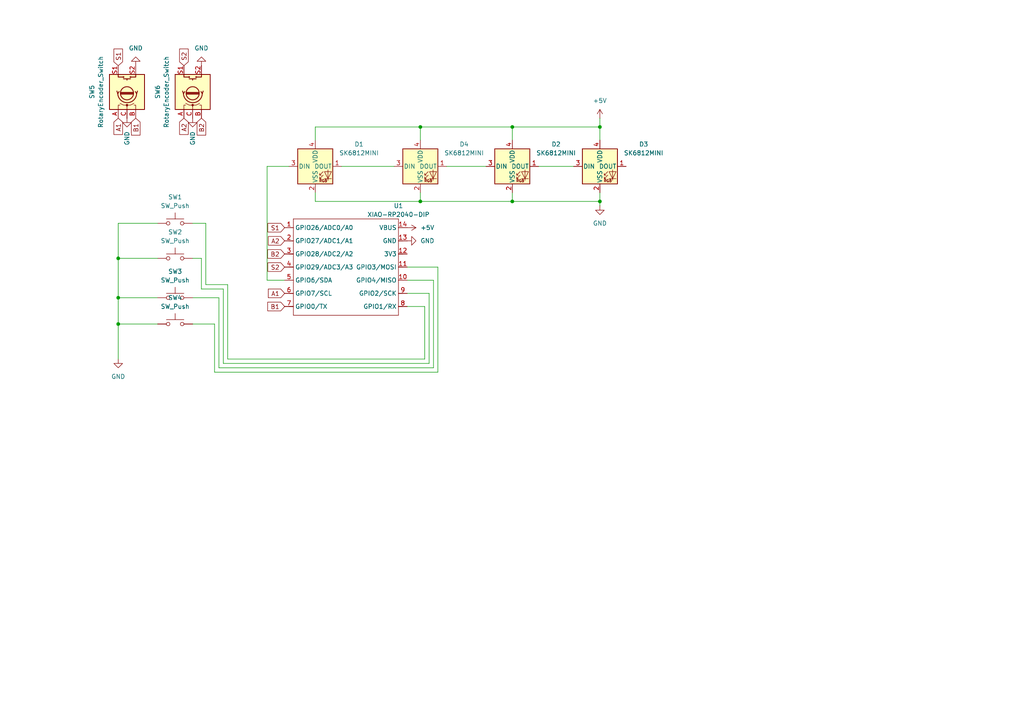
<source format=kicad_sch>
(kicad_sch
	(version 20250114)
	(generator "eeschema")
	(generator_version "9.0")
	(uuid "d07eef98-9a01-4062-9f2d-26e09f1cb1d2")
	(paper "A4")
	(lib_symbols
		(symbol "Device:RotaryEncoder_Switch"
			(pin_names
				(offset 0.254)
				(hide yes)
			)
			(exclude_from_sim no)
			(in_bom yes)
			(on_board yes)
			(property "Reference" "SW"
				(at 0 6.604 0)
				(effects
					(font
						(size 1.27 1.27)
					)
				)
			)
			(property "Value" "RotaryEncoder_Switch"
				(at 0 -6.604 0)
				(effects
					(font
						(size 1.27 1.27)
					)
				)
			)
			(property "Footprint" ""
				(at -3.81 4.064 0)
				(effects
					(font
						(size 1.27 1.27)
					)
					(hide yes)
				)
			)
			(property "Datasheet" "~"
				(at 0 6.604 0)
				(effects
					(font
						(size 1.27 1.27)
					)
					(hide yes)
				)
			)
			(property "Description" "Rotary encoder, dual channel, incremental quadrate outputs, with switch"
				(at 0 0 0)
				(effects
					(font
						(size 1.27 1.27)
					)
					(hide yes)
				)
			)
			(property "ki_keywords" "rotary switch encoder switch push button"
				(at 0 0 0)
				(effects
					(font
						(size 1.27 1.27)
					)
					(hide yes)
				)
			)
			(property "ki_fp_filters" "RotaryEncoder*Switch*"
				(at 0 0 0)
				(effects
					(font
						(size 1.27 1.27)
					)
					(hide yes)
				)
			)
			(symbol "RotaryEncoder_Switch_0_1"
				(rectangle
					(start -5.08 5.08)
					(end 5.08 -5.08)
					(stroke
						(width 0.254)
						(type default)
					)
					(fill
						(type background)
					)
				)
				(polyline
					(pts
						(xy -5.08 2.54) (xy -3.81 2.54) (xy -3.81 2.032)
					)
					(stroke
						(width 0)
						(type default)
					)
					(fill
						(type none)
					)
				)
				(polyline
					(pts
						(xy -5.08 0) (xy -3.81 0) (xy -3.81 -1.016) (xy -3.302 -2.032)
					)
					(stroke
						(width 0)
						(type default)
					)
					(fill
						(type none)
					)
				)
				(polyline
					(pts
						(xy -5.08 -2.54) (xy -3.81 -2.54) (xy -3.81 -2.032)
					)
					(stroke
						(width 0)
						(type default)
					)
					(fill
						(type none)
					)
				)
				(polyline
					(pts
						(xy -4.318 0) (xy -3.81 0) (xy -3.81 1.016) (xy -3.302 2.032)
					)
					(stroke
						(width 0)
						(type default)
					)
					(fill
						(type none)
					)
				)
				(circle
					(center -3.81 0)
					(radius 0.254)
					(stroke
						(width 0)
						(type default)
					)
					(fill
						(type outline)
					)
				)
				(polyline
					(pts
						(xy -0.635 -1.778) (xy -0.635 1.778)
					)
					(stroke
						(width 0.254)
						(type default)
					)
					(fill
						(type none)
					)
				)
				(circle
					(center -0.381 0)
					(radius 1.905)
					(stroke
						(width 0.254)
						(type default)
					)
					(fill
						(type none)
					)
				)
				(polyline
					(pts
						(xy -0.381 -1.778) (xy -0.381 1.778)
					)
					(stroke
						(width 0.254)
						(type default)
					)
					(fill
						(type none)
					)
				)
				(arc
					(start -0.381 -2.794)
					(mid -3.0988 -0.0635)
					(end -0.381 2.667)
					(stroke
						(width 0.254)
						(type default)
					)
					(fill
						(type none)
					)
				)
				(polyline
					(pts
						(xy -0.127 1.778) (xy -0.127 -1.778)
					)
					(stroke
						(width 0.254)
						(type default)
					)
					(fill
						(type none)
					)
				)
				(polyline
					(pts
						(xy 0.254 2.921) (xy -0.508 2.667) (xy 0.127 2.286)
					)
					(stroke
						(width 0.254)
						(type default)
					)
					(fill
						(type none)
					)
				)
				(polyline
					(pts
						(xy 0.254 -3.048) (xy -0.508 -2.794) (xy 0.127 -2.413)
					)
					(stroke
						(width 0.254)
						(type default)
					)
					(fill
						(type none)
					)
				)
				(polyline
					(pts
						(xy 3.81 1.016) (xy 3.81 -1.016)
					)
					(stroke
						(width 0.254)
						(type default)
					)
					(fill
						(type none)
					)
				)
				(polyline
					(pts
						(xy 3.81 0) (xy 3.429 0)
					)
					(stroke
						(width 0.254)
						(type default)
					)
					(fill
						(type none)
					)
				)
				(circle
					(center 4.318 1.016)
					(radius 0.127)
					(stroke
						(width 0.254)
						(type default)
					)
					(fill
						(type none)
					)
				)
				(circle
					(center 4.318 -1.016)
					(radius 0.127)
					(stroke
						(width 0.254)
						(type default)
					)
					(fill
						(type none)
					)
				)
				(polyline
					(pts
						(xy 5.08 2.54) (xy 4.318 2.54) (xy 4.318 1.016)
					)
					(stroke
						(width 0.254)
						(type default)
					)
					(fill
						(type none)
					)
				)
				(polyline
					(pts
						(xy 5.08 -2.54) (xy 4.318 -2.54) (xy 4.318 -1.016)
					)
					(stroke
						(width 0.254)
						(type default)
					)
					(fill
						(type none)
					)
				)
			)
			(symbol "RotaryEncoder_Switch_1_1"
				(pin passive line
					(at -7.62 2.54 0)
					(length 2.54)
					(name "A"
						(effects
							(font
								(size 1.27 1.27)
							)
						)
					)
					(number "A"
						(effects
							(font
								(size 1.27 1.27)
							)
						)
					)
				)
				(pin passive line
					(at -7.62 0 0)
					(length 2.54)
					(name "C"
						(effects
							(font
								(size 1.27 1.27)
							)
						)
					)
					(number "C"
						(effects
							(font
								(size 1.27 1.27)
							)
						)
					)
				)
				(pin passive line
					(at -7.62 -2.54 0)
					(length 2.54)
					(name "B"
						(effects
							(font
								(size 1.27 1.27)
							)
						)
					)
					(number "B"
						(effects
							(font
								(size 1.27 1.27)
							)
						)
					)
				)
				(pin passive line
					(at 7.62 2.54 180)
					(length 2.54)
					(name "S1"
						(effects
							(font
								(size 1.27 1.27)
							)
						)
					)
					(number "S1"
						(effects
							(font
								(size 1.27 1.27)
							)
						)
					)
				)
				(pin passive line
					(at 7.62 -2.54 180)
					(length 2.54)
					(name "S2"
						(effects
							(font
								(size 1.27 1.27)
							)
						)
					)
					(number "S2"
						(effects
							(font
								(size 1.27 1.27)
							)
						)
					)
				)
			)
			(embedded_fonts no)
		)
		(symbol "LED:SK6812MINI"
			(pin_names
				(offset 0.254)
			)
			(exclude_from_sim no)
			(in_bom yes)
			(on_board yes)
			(property "Reference" "D"
				(at 5.08 5.715 0)
				(effects
					(font
						(size 1.27 1.27)
					)
					(justify right bottom)
				)
			)
			(property "Value" "SK6812MINI"
				(at 1.27 -5.715 0)
				(effects
					(font
						(size 1.27 1.27)
					)
					(justify left top)
				)
			)
			(property "Footprint" "LED_SMD:LED_SK6812MINI_PLCC4_3.5x3.5mm_P1.75mm"
				(at 1.27 -7.62 0)
				(effects
					(font
						(size 1.27 1.27)
					)
					(justify left top)
					(hide yes)
				)
			)
			(property "Datasheet" "https://cdn-shop.adafruit.com/product-files/2686/SK6812MINI_REV.01-1-2.pdf"
				(at 2.54 -9.525 0)
				(effects
					(font
						(size 1.27 1.27)
					)
					(justify left top)
					(hide yes)
				)
			)
			(property "Description" "RGB LED with integrated controller"
				(at 0 0 0)
				(effects
					(font
						(size 1.27 1.27)
					)
					(hide yes)
				)
			)
			(property "ki_keywords" "RGB LED NeoPixel Mini addressable"
				(at 0 0 0)
				(effects
					(font
						(size 1.27 1.27)
					)
					(hide yes)
				)
			)
			(property "ki_fp_filters" "LED*SK6812MINI*PLCC*3.5x3.5mm*P1.75mm*"
				(at 0 0 0)
				(effects
					(font
						(size 1.27 1.27)
					)
					(hide yes)
				)
			)
			(symbol "SK6812MINI_0_0"
				(text "RGB"
					(at 2.286 -4.191 0)
					(effects
						(font
							(size 0.762 0.762)
						)
					)
				)
			)
			(symbol "SK6812MINI_0_1"
				(polyline
					(pts
						(xy 1.27 -2.54) (xy 1.778 -2.54)
					)
					(stroke
						(width 0)
						(type default)
					)
					(fill
						(type none)
					)
				)
				(polyline
					(pts
						(xy 1.27 -3.556) (xy 1.778 -3.556)
					)
					(stroke
						(width 0)
						(type default)
					)
					(fill
						(type none)
					)
				)
				(polyline
					(pts
						(xy 2.286 -1.524) (xy 1.27 -2.54) (xy 1.27 -2.032)
					)
					(stroke
						(width 0)
						(type default)
					)
					(fill
						(type none)
					)
				)
				(polyline
					(pts
						(xy 2.286 -2.54) (xy 1.27 -3.556) (xy 1.27 -3.048)
					)
					(stroke
						(width 0)
						(type default)
					)
					(fill
						(type none)
					)
				)
				(polyline
					(pts
						(xy 3.683 -1.016) (xy 3.683 -3.556) (xy 3.683 -4.064)
					)
					(stroke
						(width 0)
						(type default)
					)
					(fill
						(type none)
					)
				)
				(polyline
					(pts
						(xy 4.699 -1.524) (xy 2.667 -1.524) (xy 3.683 -3.556) (xy 4.699 -1.524)
					)
					(stroke
						(width 0)
						(type default)
					)
					(fill
						(type none)
					)
				)
				(polyline
					(pts
						(xy 4.699 -3.556) (xy 2.667 -3.556)
					)
					(stroke
						(width 0)
						(type default)
					)
					(fill
						(type none)
					)
				)
				(rectangle
					(start 5.08 5.08)
					(end -5.08 -5.08)
					(stroke
						(width 0.254)
						(type default)
					)
					(fill
						(type background)
					)
				)
			)
			(symbol "SK6812MINI_1_1"
				(pin input line
					(at -7.62 0 0)
					(length 2.54)
					(name "DIN"
						(effects
							(font
								(size 1.27 1.27)
							)
						)
					)
					(number "3"
						(effects
							(font
								(size 1.27 1.27)
							)
						)
					)
				)
				(pin power_in line
					(at 0 7.62 270)
					(length 2.54)
					(name "VDD"
						(effects
							(font
								(size 1.27 1.27)
							)
						)
					)
					(number "4"
						(effects
							(font
								(size 1.27 1.27)
							)
						)
					)
				)
				(pin power_in line
					(at 0 -7.62 90)
					(length 2.54)
					(name "VSS"
						(effects
							(font
								(size 1.27 1.27)
							)
						)
					)
					(number "2"
						(effects
							(font
								(size 1.27 1.27)
							)
						)
					)
				)
				(pin output line
					(at 7.62 0 180)
					(length 2.54)
					(name "DOUT"
						(effects
							(font
								(size 1.27 1.27)
							)
						)
					)
					(number "1"
						(effects
							(font
								(size 1.27 1.27)
							)
						)
					)
				)
			)
			(embedded_fonts no)
		)
		(symbol "OPL Libary:XIAO-RP2040-DIP"
			(exclude_from_sim no)
			(in_bom yes)
			(on_board yes)
			(property "Reference" "U"
				(at 0 0 0)
				(effects
					(font
						(size 1.27 1.27)
					)
				)
			)
			(property "Value" "XIAO-RP2040-DIP"
				(at 5.334 -1.778 0)
				(effects
					(font
						(size 1.27 1.27)
					)
				)
			)
			(property "Footprint" "Module:MOUDLE14P-XIAO-DIP-SMD"
				(at 14.478 -32.258 0)
				(effects
					(font
						(size 1.27 1.27)
					)
					(hide yes)
				)
			)
			(property "Datasheet" ""
				(at 0 0 0)
				(effects
					(font
						(size 1.27 1.27)
					)
					(hide yes)
				)
			)
			(property "Description" ""
				(at 0 0 0)
				(effects
					(font
						(size 1.27 1.27)
					)
					(hide yes)
				)
			)
			(symbol "XIAO-RP2040-DIP_1_0"
				(polyline
					(pts
						(xy -1.27 -2.54) (xy 29.21 -2.54)
					)
					(stroke
						(width 0.1524)
						(type solid)
					)
					(fill
						(type none)
					)
				)
				(polyline
					(pts
						(xy -1.27 -5.08) (xy -2.54 -5.08)
					)
					(stroke
						(width 0.1524)
						(type solid)
					)
					(fill
						(type none)
					)
				)
				(polyline
					(pts
						(xy -1.27 -5.08) (xy -1.27 -2.54)
					)
					(stroke
						(width 0.1524)
						(type solid)
					)
					(fill
						(type none)
					)
				)
				(polyline
					(pts
						(xy -1.27 -8.89) (xy -2.54 -8.89)
					)
					(stroke
						(width 0.1524)
						(type solid)
					)
					(fill
						(type none)
					)
				)
				(polyline
					(pts
						(xy -1.27 -8.89) (xy -1.27 -5.08)
					)
					(stroke
						(width 0.1524)
						(type solid)
					)
					(fill
						(type none)
					)
				)
				(polyline
					(pts
						(xy -1.27 -12.7) (xy -2.54 -12.7)
					)
					(stroke
						(width 0.1524)
						(type solid)
					)
					(fill
						(type none)
					)
				)
				(polyline
					(pts
						(xy -1.27 -12.7) (xy -1.27 -8.89)
					)
					(stroke
						(width 0.1524)
						(type solid)
					)
					(fill
						(type none)
					)
				)
				(polyline
					(pts
						(xy -1.27 -16.51) (xy -2.54 -16.51)
					)
					(stroke
						(width 0.1524)
						(type solid)
					)
					(fill
						(type none)
					)
				)
				(polyline
					(pts
						(xy -1.27 -16.51) (xy -1.27 -12.7)
					)
					(stroke
						(width 0.1524)
						(type solid)
					)
					(fill
						(type none)
					)
				)
				(polyline
					(pts
						(xy -1.27 -20.32) (xy -2.54 -20.32)
					)
					(stroke
						(width 0.1524)
						(type solid)
					)
					(fill
						(type none)
					)
				)
				(polyline
					(pts
						(xy -1.27 -24.13) (xy -2.54 -24.13)
					)
					(stroke
						(width 0.1524)
						(type solid)
					)
					(fill
						(type none)
					)
				)
				(polyline
					(pts
						(xy -1.27 -27.94) (xy -2.54 -27.94)
					)
					(stroke
						(width 0.1524)
						(type solid)
					)
					(fill
						(type none)
					)
				)
				(polyline
					(pts
						(xy -1.27 -30.48) (xy -1.27 -16.51)
					)
					(stroke
						(width 0.1524)
						(type solid)
					)
					(fill
						(type none)
					)
				)
				(polyline
					(pts
						(xy 29.21 -2.54) (xy 29.21 -5.08)
					)
					(stroke
						(width 0.1524)
						(type solid)
					)
					(fill
						(type none)
					)
				)
				(polyline
					(pts
						(xy 29.21 -5.08) (xy 29.21 -8.89)
					)
					(stroke
						(width 0.1524)
						(type solid)
					)
					(fill
						(type none)
					)
				)
				(polyline
					(pts
						(xy 29.21 -8.89) (xy 29.21 -12.7)
					)
					(stroke
						(width 0.1524)
						(type solid)
					)
					(fill
						(type none)
					)
				)
				(polyline
					(pts
						(xy 29.21 -12.7) (xy 29.21 -30.48)
					)
					(stroke
						(width 0.1524)
						(type solid)
					)
					(fill
						(type none)
					)
				)
				(polyline
					(pts
						(xy 29.21 -30.48) (xy -1.27 -30.48)
					)
					(stroke
						(width 0.1524)
						(type solid)
					)
					(fill
						(type none)
					)
				)
				(polyline
					(pts
						(xy 30.48 -5.08) (xy 29.21 -5.08)
					)
					(stroke
						(width 0.1524)
						(type solid)
					)
					(fill
						(type none)
					)
				)
				(polyline
					(pts
						(xy 30.48 -8.89) (xy 29.21 -8.89)
					)
					(stroke
						(width 0.1524)
						(type solid)
					)
					(fill
						(type none)
					)
				)
				(polyline
					(pts
						(xy 30.48 -12.7) (xy 29.21 -12.7)
					)
					(stroke
						(width 0.1524)
						(type solid)
					)
					(fill
						(type none)
					)
				)
				(polyline
					(pts
						(xy 30.48 -16.51) (xy 29.21 -16.51)
					)
					(stroke
						(width 0.1524)
						(type solid)
					)
					(fill
						(type none)
					)
				)
				(polyline
					(pts
						(xy 30.48 -20.32) (xy 29.21 -20.32)
					)
					(stroke
						(width 0.1524)
						(type solid)
					)
					(fill
						(type none)
					)
				)
				(polyline
					(pts
						(xy 30.48 -24.13) (xy 29.21 -24.13)
					)
					(stroke
						(width 0.1524)
						(type solid)
					)
					(fill
						(type none)
					)
				)
				(polyline
					(pts
						(xy 30.48 -27.94) (xy 29.21 -27.94)
					)
					(stroke
						(width 0.1524)
						(type solid)
					)
					(fill
						(type none)
					)
				)
				(pin passive line
					(at -3.81 -5.08 0)
					(length 2.54)
					(name "GPIO26/ADC0/A0"
						(effects
							(font
								(size 1.27 1.27)
							)
						)
					)
					(number "1"
						(effects
							(font
								(size 1.27 1.27)
							)
						)
					)
				)
				(pin passive line
					(at -3.81 -8.89 0)
					(length 2.54)
					(name "GPIO27/ADC1/A1"
						(effects
							(font
								(size 1.27 1.27)
							)
						)
					)
					(number "2"
						(effects
							(font
								(size 1.27 1.27)
							)
						)
					)
				)
				(pin passive line
					(at -3.81 -12.7 0)
					(length 2.54)
					(name "GPIO28/ADC2/A2"
						(effects
							(font
								(size 1.27 1.27)
							)
						)
					)
					(number "3"
						(effects
							(font
								(size 1.27 1.27)
							)
						)
					)
				)
				(pin passive line
					(at -3.81 -16.51 0)
					(length 2.54)
					(name "GPIO29/ADC3/A3"
						(effects
							(font
								(size 1.27 1.27)
							)
						)
					)
					(number "4"
						(effects
							(font
								(size 1.27 1.27)
							)
						)
					)
				)
				(pin passive line
					(at -3.81 -20.32 0)
					(length 2.54)
					(name "GPIO6/SDA"
						(effects
							(font
								(size 1.27 1.27)
							)
						)
					)
					(number "5"
						(effects
							(font
								(size 1.27 1.27)
							)
						)
					)
				)
				(pin passive line
					(at -3.81 -24.13 0)
					(length 2.54)
					(name "GPIO7/SCL"
						(effects
							(font
								(size 1.27 1.27)
							)
						)
					)
					(number "6"
						(effects
							(font
								(size 1.27 1.27)
							)
						)
					)
				)
				(pin passive line
					(at -3.81 -27.94 0)
					(length 2.54)
					(name "GPIO0/TX"
						(effects
							(font
								(size 1.27 1.27)
							)
						)
					)
					(number "7"
						(effects
							(font
								(size 1.27 1.27)
							)
						)
					)
				)
				(pin passive line
					(at 31.75 -5.08 180)
					(length 2.54)
					(name "VBUS"
						(effects
							(font
								(size 1.27 1.27)
							)
						)
					)
					(number "14"
						(effects
							(font
								(size 1.27 1.27)
							)
						)
					)
				)
				(pin passive line
					(at 31.75 -8.89 180)
					(length 2.54)
					(name "GND"
						(effects
							(font
								(size 1.27 1.27)
							)
						)
					)
					(number "13"
						(effects
							(font
								(size 1.27 1.27)
							)
						)
					)
				)
				(pin passive line
					(at 31.75 -12.7 180)
					(length 2.54)
					(name "3V3"
						(effects
							(font
								(size 1.27 1.27)
							)
						)
					)
					(number "12"
						(effects
							(font
								(size 1.27 1.27)
							)
						)
					)
				)
				(pin passive line
					(at 31.75 -16.51 180)
					(length 2.54)
					(name "GPIO3/MOSI"
						(effects
							(font
								(size 1.27 1.27)
							)
						)
					)
					(number "11"
						(effects
							(font
								(size 1.27 1.27)
							)
						)
					)
				)
				(pin passive line
					(at 31.75 -20.32 180)
					(length 2.54)
					(name "GPIO4/MISO"
						(effects
							(font
								(size 1.27 1.27)
							)
						)
					)
					(number "10"
						(effects
							(font
								(size 1.27 1.27)
							)
						)
					)
				)
				(pin passive line
					(at 31.75 -24.13 180)
					(length 2.54)
					(name "GPIO2/SCK"
						(effects
							(font
								(size 1.27 1.27)
							)
						)
					)
					(number "9"
						(effects
							(font
								(size 1.27 1.27)
							)
						)
					)
				)
				(pin passive line
					(at 31.75 -27.94 180)
					(length 2.54)
					(name "GPIO1/RX"
						(effects
							(font
								(size 1.27 1.27)
							)
						)
					)
					(number "8"
						(effects
							(font
								(size 1.27 1.27)
							)
						)
					)
				)
			)
			(embedded_fonts no)
		)
		(symbol "Switch:SW_Push"
			(pin_numbers
				(hide yes)
			)
			(pin_names
				(offset 1.016)
				(hide yes)
			)
			(exclude_from_sim no)
			(in_bom yes)
			(on_board yes)
			(property "Reference" "SW"
				(at 1.27 2.54 0)
				(effects
					(font
						(size 1.27 1.27)
					)
					(justify left)
				)
			)
			(property "Value" "SW_Push"
				(at 0 -1.524 0)
				(effects
					(font
						(size 1.27 1.27)
					)
				)
			)
			(property "Footprint" ""
				(at 0 5.08 0)
				(effects
					(font
						(size 1.27 1.27)
					)
					(hide yes)
				)
			)
			(property "Datasheet" "~"
				(at 0 5.08 0)
				(effects
					(font
						(size 1.27 1.27)
					)
					(hide yes)
				)
			)
			(property "Description" "Push button switch, generic, two pins"
				(at 0 0 0)
				(effects
					(font
						(size 1.27 1.27)
					)
					(hide yes)
				)
			)
			(property "ki_keywords" "switch normally-open pushbutton push-button"
				(at 0 0 0)
				(effects
					(font
						(size 1.27 1.27)
					)
					(hide yes)
				)
			)
			(symbol "SW_Push_0_1"
				(circle
					(center -2.032 0)
					(radius 0.508)
					(stroke
						(width 0)
						(type default)
					)
					(fill
						(type none)
					)
				)
				(polyline
					(pts
						(xy 0 1.27) (xy 0 3.048)
					)
					(stroke
						(width 0)
						(type default)
					)
					(fill
						(type none)
					)
				)
				(circle
					(center 2.032 0)
					(radius 0.508)
					(stroke
						(width 0)
						(type default)
					)
					(fill
						(type none)
					)
				)
				(polyline
					(pts
						(xy 2.54 1.27) (xy -2.54 1.27)
					)
					(stroke
						(width 0)
						(type default)
					)
					(fill
						(type none)
					)
				)
				(pin passive line
					(at -5.08 0 0)
					(length 2.54)
					(name "1"
						(effects
							(font
								(size 1.27 1.27)
							)
						)
					)
					(number "1"
						(effects
							(font
								(size 1.27 1.27)
							)
						)
					)
				)
				(pin passive line
					(at 5.08 0 180)
					(length 2.54)
					(name "2"
						(effects
							(font
								(size 1.27 1.27)
							)
						)
					)
					(number "2"
						(effects
							(font
								(size 1.27 1.27)
							)
						)
					)
				)
			)
			(embedded_fonts no)
		)
		(symbol "power:+5V"
			(power)
			(pin_numbers
				(hide yes)
			)
			(pin_names
				(offset 0)
				(hide yes)
			)
			(exclude_from_sim no)
			(in_bom yes)
			(on_board yes)
			(property "Reference" "#PWR"
				(at 0 -3.81 0)
				(effects
					(font
						(size 1.27 1.27)
					)
					(hide yes)
				)
			)
			(property "Value" "+5V"
				(at 0 3.556 0)
				(effects
					(font
						(size 1.27 1.27)
					)
				)
			)
			(property "Footprint" ""
				(at 0 0 0)
				(effects
					(font
						(size 1.27 1.27)
					)
					(hide yes)
				)
			)
			(property "Datasheet" ""
				(at 0 0 0)
				(effects
					(font
						(size 1.27 1.27)
					)
					(hide yes)
				)
			)
			(property "Description" "Power symbol creates a global label with name \"+5V\""
				(at 0 0 0)
				(effects
					(font
						(size 1.27 1.27)
					)
					(hide yes)
				)
			)
			(property "ki_keywords" "global power"
				(at 0 0 0)
				(effects
					(font
						(size 1.27 1.27)
					)
					(hide yes)
				)
			)
			(symbol "+5V_0_1"
				(polyline
					(pts
						(xy -0.762 1.27) (xy 0 2.54)
					)
					(stroke
						(width 0)
						(type default)
					)
					(fill
						(type none)
					)
				)
				(polyline
					(pts
						(xy 0 2.54) (xy 0.762 1.27)
					)
					(stroke
						(width 0)
						(type default)
					)
					(fill
						(type none)
					)
				)
				(polyline
					(pts
						(xy 0 0) (xy 0 2.54)
					)
					(stroke
						(width 0)
						(type default)
					)
					(fill
						(type none)
					)
				)
			)
			(symbol "+5V_1_1"
				(pin power_in line
					(at 0 0 90)
					(length 0)
					(name "~"
						(effects
							(font
								(size 1.27 1.27)
							)
						)
					)
					(number "1"
						(effects
							(font
								(size 1.27 1.27)
							)
						)
					)
				)
			)
			(embedded_fonts no)
		)
		(symbol "power:GND"
			(power)
			(pin_numbers
				(hide yes)
			)
			(pin_names
				(offset 0)
				(hide yes)
			)
			(exclude_from_sim no)
			(in_bom yes)
			(on_board yes)
			(property "Reference" "#PWR"
				(at 0 -6.35 0)
				(effects
					(font
						(size 1.27 1.27)
					)
					(hide yes)
				)
			)
			(property "Value" "GND"
				(at 0 -3.81 0)
				(effects
					(font
						(size 1.27 1.27)
					)
				)
			)
			(property "Footprint" ""
				(at 0 0 0)
				(effects
					(font
						(size 1.27 1.27)
					)
					(hide yes)
				)
			)
			(property "Datasheet" ""
				(at 0 0 0)
				(effects
					(font
						(size 1.27 1.27)
					)
					(hide yes)
				)
			)
			(property "Description" "Power symbol creates a global label with name \"GND\" , ground"
				(at 0 0 0)
				(effects
					(font
						(size 1.27 1.27)
					)
					(hide yes)
				)
			)
			(property "ki_keywords" "global power"
				(at 0 0 0)
				(effects
					(font
						(size 1.27 1.27)
					)
					(hide yes)
				)
			)
			(symbol "GND_0_1"
				(polyline
					(pts
						(xy 0 0) (xy 0 -1.27) (xy 1.27 -1.27) (xy 0 -2.54) (xy -1.27 -1.27) (xy 0 -1.27)
					)
					(stroke
						(width 0)
						(type default)
					)
					(fill
						(type none)
					)
				)
			)
			(symbol "GND_1_1"
				(pin power_in line
					(at 0 0 270)
					(length 0)
					(name "~"
						(effects
							(font
								(size 1.27 1.27)
							)
						)
					)
					(number "1"
						(effects
							(font
								(size 1.27 1.27)
							)
						)
					)
				)
			)
			(embedded_fonts no)
		)
	)
	(junction
		(at 148.59 36.83)
		(diameter 0)
		(color 0 0 0 0)
		(uuid "16e6d4a3-f881-4207-88c1-ea5714de0245")
	)
	(junction
		(at 173.99 58.42)
		(diameter 0)
		(color 0 0 0 0)
		(uuid "1da393c1-7972-4616-bce0-4458adaf0e83")
	)
	(junction
		(at 121.92 58.42)
		(diameter 0)
		(color 0 0 0 0)
		(uuid "1fbcfd3e-3418-47ce-8739-3b79fc9a5a06")
	)
	(junction
		(at 121.92 36.83)
		(diameter 0)
		(color 0 0 0 0)
		(uuid "1fcb9dd1-5788-4789-b344-cc6cbefdf86e")
	)
	(junction
		(at 34.29 86.36)
		(diameter 0)
		(color 0 0 0 0)
		(uuid "68c00d63-c235-4cad-b7ca-d4a641322b48")
	)
	(junction
		(at 34.29 93.98)
		(diameter 0)
		(color 0 0 0 0)
		(uuid "6fd5572e-ba1e-4257-9189-f63c400ac71a")
	)
	(junction
		(at 148.59 58.42)
		(diameter 0)
		(color 0 0 0 0)
		(uuid "7f1fb138-2cb2-4b2d-aebc-3bb30d7cb347")
	)
	(junction
		(at 173.99 36.83)
		(diameter 0)
		(color 0 0 0 0)
		(uuid "86d859be-2584-4ab6-9810-13247192721d")
	)
	(junction
		(at 34.29 74.93)
		(diameter 0)
		(color 0 0 0 0)
		(uuid "9194aa1b-adac-4fc4-9391-f6adb9340beb")
	)
	(wire
		(pts
			(xy 91.44 40.64) (xy 91.44 36.83)
		)
		(stroke
			(width 0)
			(type default)
		)
		(uuid "01186094-b727-4dff-a4b1-a2a713aabc02")
	)
	(wire
		(pts
			(xy 77.47 81.28) (xy 82.55 81.28)
		)
		(stroke
			(width 0)
			(type default)
		)
		(uuid "047c4e21-f99d-4e68-8aca-98e4234c1b68")
	)
	(wire
		(pts
			(xy 34.29 93.98) (xy 34.29 104.14)
		)
		(stroke
			(width 0)
			(type default)
		)
		(uuid "12dfd71a-6c4e-4abf-98c7-e2eba9331e2f")
	)
	(wire
		(pts
			(xy 62.23 107.95) (xy 127 107.95)
		)
		(stroke
			(width 0)
			(type default)
		)
		(uuid "1643e70f-f0fb-4264-ae39-b354be680a0f")
	)
	(wire
		(pts
			(xy 148.59 36.83) (xy 148.59 40.64)
		)
		(stroke
			(width 0)
			(type default)
		)
		(uuid "165105a2-1712-4817-8643-01a54da956b9")
	)
	(wire
		(pts
			(xy 123.19 104.14) (xy 66.04 104.14)
		)
		(stroke
			(width 0)
			(type default)
		)
		(uuid "16b56760-cd76-46a2-834f-75b49fc52de9")
	)
	(wire
		(pts
			(xy 99.06 48.26) (xy 114.3 48.26)
		)
		(stroke
			(width 0)
			(type default)
		)
		(uuid "16cb9721-a2cb-4b53-894e-44d0f35d92fd")
	)
	(wire
		(pts
			(xy 173.99 36.83) (xy 173.99 34.29)
		)
		(stroke
			(width 0)
			(type default)
		)
		(uuid "1b632ccd-4dc9-494c-8b93-57e2655de5bf")
	)
	(wire
		(pts
			(xy 58.42 74.93) (xy 55.88 74.93)
		)
		(stroke
			(width 0)
			(type default)
		)
		(uuid "1b8efa28-c7c0-4c31-a727-ea3ba166ae07")
	)
	(wire
		(pts
			(xy 118.11 88.9) (xy 123.19 88.9)
		)
		(stroke
			(width 0)
			(type default)
		)
		(uuid "249ce3a9-832f-4217-bffd-64427010147e")
	)
	(wire
		(pts
			(xy 148.59 36.83) (xy 173.99 36.83)
		)
		(stroke
			(width 0)
			(type default)
		)
		(uuid "282ff7f0-8d14-4531-aa6d-b6a27acbc9d0")
	)
	(wire
		(pts
			(xy 173.99 55.88) (xy 173.99 58.42)
		)
		(stroke
			(width 0)
			(type default)
		)
		(uuid "2bd5d155-942a-462d-a1de-1978f7f3f109")
	)
	(wire
		(pts
			(xy 148.59 58.42) (xy 173.99 58.42)
		)
		(stroke
			(width 0)
			(type default)
		)
		(uuid "324cc8e7-e2b7-48be-bb3d-b98a4db22a64")
	)
	(wire
		(pts
			(xy 34.29 64.77) (xy 34.29 74.93)
		)
		(stroke
			(width 0)
			(type default)
		)
		(uuid "359f6edf-f1df-46de-bc64-7b3a7bb12c4a")
	)
	(wire
		(pts
			(xy 127 107.95) (xy 127 77.47)
		)
		(stroke
			(width 0)
			(type default)
		)
		(uuid "382dd6cf-b66b-4712-9fd9-d8de9618ed22")
	)
	(wire
		(pts
			(xy 121.92 58.42) (xy 148.59 58.42)
		)
		(stroke
			(width 0)
			(type default)
		)
		(uuid "3af46dab-891c-4abb-b508-b3e0af5589e6")
	)
	(wire
		(pts
			(xy 63.5 86.36) (xy 63.5 106.68)
		)
		(stroke
			(width 0)
			(type default)
		)
		(uuid "3cce4d24-58f9-40ea-befb-a8961232f7d9")
	)
	(wire
		(pts
			(xy 156.21 48.26) (xy 166.37 48.26)
		)
		(stroke
			(width 0)
			(type default)
		)
		(uuid "40f5246b-871e-45da-b340-d1fc1eaa6dcd")
	)
	(wire
		(pts
			(xy 34.29 86.36) (xy 34.29 93.98)
		)
		(stroke
			(width 0)
			(type default)
		)
		(uuid "47269622-14f4-40af-a86a-cbb577da9bc6")
	)
	(wire
		(pts
			(xy 118.11 85.09) (xy 124.46 85.09)
		)
		(stroke
			(width 0)
			(type default)
		)
		(uuid "51b0cde0-2e95-4254-9740-44182f21359e")
	)
	(wire
		(pts
			(xy 125.73 106.68) (xy 125.73 81.28)
		)
		(stroke
			(width 0)
			(type default)
		)
		(uuid "54a5333d-b255-4c8c-8b0b-6d7f512ff6cc")
	)
	(wire
		(pts
			(xy 34.29 74.93) (xy 34.29 86.36)
		)
		(stroke
			(width 0)
			(type default)
		)
		(uuid "54c259ea-526e-4819-87eb-64c26dfd313d")
	)
	(wire
		(pts
			(xy 58.42 83.82) (xy 58.42 74.93)
		)
		(stroke
			(width 0)
			(type default)
		)
		(uuid "576869ae-fef7-4646-863d-ac01e99ade55")
	)
	(wire
		(pts
			(xy 66.04 82.55) (xy 59.69 82.55)
		)
		(stroke
			(width 0)
			(type default)
		)
		(uuid "59fc4ebf-0797-4388-bd16-d7a35e8f1c02")
	)
	(wire
		(pts
			(xy 121.92 36.83) (xy 121.92 40.64)
		)
		(stroke
			(width 0)
			(type default)
		)
		(uuid "5f74fc21-6b1f-467c-84a5-ac06c194d043")
	)
	(wire
		(pts
			(xy 127 77.47) (xy 118.11 77.47)
		)
		(stroke
			(width 0)
			(type default)
		)
		(uuid "5fe0a53a-c60b-45d7-83ef-1a0b1c2e5ee2")
	)
	(wire
		(pts
			(xy 45.72 86.36) (xy 34.29 86.36)
		)
		(stroke
			(width 0)
			(type default)
		)
		(uuid "611bf2b4-eba9-4a17-af4a-173636e339f0")
	)
	(wire
		(pts
			(xy 63.5 106.68) (xy 125.73 106.68)
		)
		(stroke
			(width 0)
			(type default)
		)
		(uuid "6cd6df58-bf82-44ee-8f56-1e01adb673d3")
	)
	(wire
		(pts
			(xy 55.88 86.36) (xy 63.5 86.36)
		)
		(stroke
			(width 0)
			(type default)
		)
		(uuid "6d0f84b8-e67f-4998-8140-30af3e2470f3")
	)
	(wire
		(pts
			(xy 64.77 105.41) (xy 64.77 83.82)
		)
		(stroke
			(width 0)
			(type default)
		)
		(uuid "71ed056d-3bbe-409c-8fbc-c552263fab38")
	)
	(wire
		(pts
			(xy 173.99 36.83) (xy 173.99 40.64)
		)
		(stroke
			(width 0)
			(type default)
		)
		(uuid "7504002f-cc1e-439e-b3d8-8c1afb284582")
	)
	(wire
		(pts
			(xy 91.44 55.88) (xy 91.44 58.42)
		)
		(stroke
			(width 0)
			(type default)
		)
		(uuid "767a72f5-1416-4566-bafd-17956f0c9038")
	)
	(wire
		(pts
			(xy 45.72 64.77) (xy 34.29 64.77)
		)
		(stroke
			(width 0)
			(type default)
		)
		(uuid "7693a57b-29c2-438c-b49d-d2d88948cc54")
	)
	(wire
		(pts
			(xy 123.19 88.9) (xy 123.19 104.14)
		)
		(stroke
			(width 0)
			(type default)
		)
		(uuid "788ef1f8-087c-4ff8-98f6-d902a4635099")
	)
	(wire
		(pts
			(xy 66.04 104.14) (xy 66.04 82.55)
		)
		(stroke
			(width 0)
			(type default)
		)
		(uuid "7d779a42-9871-42c0-b7b0-967e226b9fe0")
	)
	(wire
		(pts
			(xy 129.54 48.26) (xy 140.97 48.26)
		)
		(stroke
			(width 0)
			(type default)
		)
		(uuid "8c594bc4-b0db-40c0-a2f8-0bd28160dcfc")
	)
	(wire
		(pts
			(xy 59.69 82.55) (xy 59.69 64.77)
		)
		(stroke
			(width 0)
			(type default)
		)
		(uuid "9cedec3c-083d-4fdd-8a76-0cfd45c70d99")
	)
	(wire
		(pts
			(xy 124.46 85.09) (xy 124.46 105.41)
		)
		(stroke
			(width 0)
			(type default)
		)
		(uuid "9d49e7f3-26f0-4d4b-b884-e9fde30ab20a")
	)
	(wire
		(pts
			(xy 34.29 74.93) (xy 45.72 74.93)
		)
		(stroke
			(width 0)
			(type default)
		)
		(uuid "9faa4df0-53b8-4e71-9034-8bf7430de1a1")
	)
	(wire
		(pts
			(xy 148.59 55.88) (xy 148.59 58.42)
		)
		(stroke
			(width 0)
			(type default)
		)
		(uuid "a43fe000-ad1a-424c-9b48-b1ef03c2fbd1")
	)
	(wire
		(pts
			(xy 173.99 58.42) (xy 173.99 59.69)
		)
		(stroke
			(width 0)
			(type default)
		)
		(uuid "a652c68b-dbd8-47a1-a436-ad87bf7544bb")
	)
	(wire
		(pts
			(xy 121.92 36.83) (xy 148.59 36.83)
		)
		(stroke
			(width 0)
			(type default)
		)
		(uuid "a752ac6a-a5d1-4b9e-9aa9-7389de3c552c")
	)
	(wire
		(pts
			(xy 125.73 81.28) (xy 118.11 81.28)
		)
		(stroke
			(width 0)
			(type default)
		)
		(uuid "a9ca5293-f78a-4d3a-8e63-546409b51549")
	)
	(wire
		(pts
			(xy 45.72 93.98) (xy 34.29 93.98)
		)
		(stroke
			(width 0)
			(type default)
		)
		(uuid "ab83a1c4-5bef-46b7-99b5-bedcdedef2d4")
	)
	(wire
		(pts
			(xy 124.46 105.41) (xy 64.77 105.41)
		)
		(stroke
			(width 0)
			(type default)
		)
		(uuid "b628a767-4efc-416c-8f02-0fce9dd71eba")
	)
	(wire
		(pts
			(xy 59.69 64.77) (xy 55.88 64.77)
		)
		(stroke
			(width 0)
			(type default)
		)
		(uuid "b7fe601a-478b-49cd-af3b-5a2ca559a73c")
	)
	(wire
		(pts
			(xy 91.44 58.42) (xy 121.92 58.42)
		)
		(stroke
			(width 0)
			(type default)
		)
		(uuid "c3b77192-3e55-4bd0-be4e-d9eca178ab8a")
	)
	(wire
		(pts
			(xy 121.92 55.88) (xy 121.92 58.42)
		)
		(stroke
			(width 0)
			(type default)
		)
		(uuid "c403880f-80f6-4446-8444-c298549df320")
	)
	(wire
		(pts
			(xy 77.47 48.26) (xy 83.82 48.26)
		)
		(stroke
			(width 0)
			(type default)
		)
		(uuid "d329553c-3896-44ef-bc9b-4bc43de64693")
	)
	(wire
		(pts
			(xy 64.77 83.82) (xy 58.42 83.82)
		)
		(stroke
			(width 0)
			(type default)
		)
		(uuid "d55f7954-c83d-458e-84a7-7dc8ccf6cc65")
	)
	(wire
		(pts
			(xy 55.88 93.98) (xy 62.23 93.98)
		)
		(stroke
			(width 0)
			(type default)
		)
		(uuid "de3b6044-0061-465c-a34b-7d59af39d4da")
	)
	(wire
		(pts
			(xy 91.44 36.83) (xy 121.92 36.83)
		)
		(stroke
			(width 0)
			(type default)
		)
		(uuid "eb8efa9c-183e-4713-921c-569eec6ad5cb")
	)
	(wire
		(pts
			(xy 77.47 48.26) (xy 77.47 81.28)
		)
		(stroke
			(width 0)
			(type default)
		)
		(uuid "f7387a3f-30fb-4e95-aca8-edeaeb51fe9d")
	)
	(wire
		(pts
			(xy 62.23 93.98) (xy 62.23 107.95)
		)
		(stroke
			(width 0)
			(type default)
		)
		(uuid "f9e88eca-29fd-4409-bd9e-e2f7e7d2feac")
	)
	(global_label "S1"
		(shape input)
		(at 34.29 19.05 90)
		(fields_autoplaced yes)
		(effects
			(font
				(size 1.27 1.27)
			)
			(justify left)
		)
		(uuid "096e5767-8863-488c-a044-52497755fa86")
		(property "Intersheetrefs" "${INTERSHEET_REFS}"
			(at 34.29 13.6458 90)
			(effects
				(font
					(size 1.27 1.27)
				)
				(justify left)
				(hide yes)
			)
		)
	)
	(global_label "A2"
		(shape input)
		(at 53.34 34.29 270)
		(fields_autoplaced yes)
		(effects
			(font
				(size 1.27 1.27)
			)
			(justify right)
		)
		(uuid "097e6885-b687-4bb0-8f24-ba712782bf34")
		(property "Intersheetrefs" "${INTERSHEET_REFS}"
			(at 53.34 39.5733 90)
			(effects
				(font
					(size 1.27 1.27)
				)
				(justify right)
				(hide yes)
			)
		)
	)
	(global_label "B1"
		(shape input)
		(at 82.55 88.9 180)
		(fields_autoplaced yes)
		(effects
			(font
				(size 1.27 1.27)
			)
			(justify right)
		)
		(uuid "0fb26ae2-8f66-4faf-8017-8f65e8e2f58a")
		(property "Intersheetrefs" "${INTERSHEET_REFS}"
			(at 77.0853 88.9 0)
			(effects
				(font
					(size 1.27 1.27)
				)
				(justify right)
				(hide yes)
			)
		)
	)
	(global_label "S2"
		(shape input)
		(at 53.34 19.05 90)
		(fields_autoplaced yes)
		(effects
			(font
				(size 1.27 1.27)
			)
			(justify left)
		)
		(uuid "22a22cb4-515b-4d61-83fc-4db37eee5418")
		(property "Intersheetrefs" "${INTERSHEET_REFS}"
			(at 53.34 13.6458 90)
			(effects
				(font
					(size 1.27 1.27)
				)
				(justify left)
				(hide yes)
			)
		)
	)
	(global_label "A1"
		(shape input)
		(at 34.29 34.29 270)
		(fields_autoplaced yes)
		(effects
			(font
				(size 1.27 1.27)
			)
			(justify right)
		)
		(uuid "24ca3970-451d-4138-b366-b036f23efb81")
		(property "Intersheetrefs" "${INTERSHEET_REFS}"
			(at 34.29 39.5733 90)
			(effects
				(font
					(size 1.27 1.27)
				)
				(justify right)
				(hide yes)
			)
		)
	)
	(global_label "S1"
		(shape input)
		(at 82.55 66.04 180)
		(fields_autoplaced yes)
		(effects
			(font
				(size 1.27 1.27)
			)
			(justify right)
		)
		(uuid "524b33b4-5870-48a7-9028-71e964a2c6c6")
		(property "Intersheetrefs" "${INTERSHEET_REFS}"
			(at 77.1458 66.04 0)
			(effects
				(font
					(size 1.27 1.27)
				)
				(justify right)
				(hide yes)
			)
		)
	)
	(global_label "A1"
		(shape input)
		(at 82.55 85.09 180)
		(fields_autoplaced yes)
		(effects
			(font
				(size 1.27 1.27)
			)
			(justify right)
		)
		(uuid "7ee1fada-7107-4b3b-bbf3-a4881b5b17d5")
		(property "Intersheetrefs" "${INTERSHEET_REFS}"
			(at 77.2667 85.09 0)
			(effects
				(font
					(size 1.27 1.27)
				)
				(justify right)
				(hide yes)
			)
		)
	)
	(global_label "B1"
		(shape input)
		(at 39.37 34.29 270)
		(fields_autoplaced yes)
		(effects
			(font
				(size 1.27 1.27)
			)
			(justify right)
		)
		(uuid "88c92768-f256-4df6-ac7b-df56a64e23f8")
		(property "Intersheetrefs" "${INTERSHEET_REFS}"
			(at 39.37 39.7547 90)
			(effects
				(font
					(size 1.27 1.27)
				)
				(justify right)
				(hide yes)
			)
		)
	)
	(global_label "S2"
		(shape input)
		(at 82.55 77.47 180)
		(fields_autoplaced yes)
		(effects
			(font
				(size 1.27 1.27)
			)
			(justify right)
		)
		(uuid "9508ebbf-f73d-49b2-88d3-1083f9ec965c")
		(property "Intersheetrefs" "${INTERSHEET_REFS}"
			(at 77.1458 77.47 0)
			(effects
				(font
					(size 1.27 1.27)
				)
				(justify right)
				(hide yes)
			)
		)
	)
	(global_label "B2"
		(shape input)
		(at 82.55 73.66 180)
		(fields_autoplaced yes)
		(effects
			(font
				(size 1.27 1.27)
			)
			(justify right)
		)
		(uuid "96d913ce-46f4-4626-8cb9-77657bcb355a")
		(property "Intersheetrefs" "${INTERSHEET_REFS}"
			(at 77.0853 73.66 0)
			(effects
				(font
					(size 1.27 1.27)
				)
				(justify right)
				(hide yes)
			)
		)
	)
	(global_label "B2"
		(shape input)
		(at 58.42 34.29 270)
		(fields_autoplaced yes)
		(effects
			(font
				(size 1.27 1.27)
			)
			(justify right)
		)
		(uuid "98872941-4760-4a6e-b7d6-6a2d9392d33e")
		(property "Intersheetrefs" "${INTERSHEET_REFS}"
			(at 58.42 39.7547 90)
			(effects
				(font
					(size 1.27 1.27)
				)
				(justify right)
				(hide yes)
			)
		)
	)
	(global_label "A2"
		(shape input)
		(at 82.55 69.85 180)
		(fields_autoplaced yes)
		(effects
			(font
				(size 1.27 1.27)
			)
			(justify right)
		)
		(uuid "c95db818-4912-41c1-a434-093b35debedd")
		(property "Intersheetrefs" "${INTERSHEET_REFS}"
			(at 77.2667 69.85 0)
			(effects
				(font
					(size 1.27 1.27)
				)
				(justify right)
				(hide yes)
			)
		)
	)
	(symbol
		(lib_id "LED:SK6812MINI")
		(at 91.44 48.26 0)
		(unit 1)
		(exclude_from_sim no)
		(in_bom yes)
		(on_board yes)
		(dnp no)
		(fields_autoplaced yes)
		(uuid "06f6bab6-936d-48b6-8f5c-5c7837fe14db")
		(property "Reference" "D1"
			(at 104.14 41.8398 0)
			(effects
				(font
					(size 1.27 1.27)
				)
			)
		)
		(property "Value" "SK6812MINI"
			(at 104.14 44.3798 0)
			(effects
				(font
					(size 1.27 1.27)
				)
			)
		)
		(property "Footprint" "LED_SMD:LED_SK6812MINI_PLCC4_3.5x3.5mm_P1.75mm"
			(at 92.71 55.88 0)
			(effects
				(font
					(size 1.27 1.27)
				)
				(justify left top)
				(hide yes)
			)
		)
		(property "Datasheet" "https://cdn-shop.adafruit.com/product-files/2686/SK6812MINI_REV.01-1-2.pdf"
			(at 93.98 57.785 0)
			(effects
				(font
					(size 1.27 1.27)
				)
				(justify left top)
				(hide yes)
			)
		)
		(property "Description" "RGB LED with integrated controller"
			(at 91.44 48.26 0)
			(effects
				(font
					(size 1.27 1.27)
				)
				(hide yes)
			)
		)
		(pin "4"
			(uuid "8d201fbd-54f5-469e-9168-7a52c223269d")
		)
		(pin "2"
			(uuid "c9ec7a3c-d56b-4954-b45f-4cc8fe7053a9")
		)
		(pin "1"
			(uuid "69522e08-4001-4e29-8045-ca79d8fe362f")
		)
		(pin "3"
			(uuid "d3cdefbc-917c-49b9-8bc2-9d4c5b9ed452")
		)
		(instances
			(project ""
				(path "/d07eef98-9a01-4062-9f2d-26e09f1cb1d2"
					(reference "D1")
					(unit 1)
				)
			)
		)
	)
	(symbol
		(lib_id "Switch:SW_Push")
		(at 50.8 93.98 0)
		(unit 1)
		(exclude_from_sim no)
		(in_bom yes)
		(on_board yes)
		(dnp no)
		(fields_autoplaced yes)
		(uuid "099c79b2-6259-4cf5-83a6-ee11e67bc49a")
		(property "Reference" "SW4"
			(at 50.8 86.36 0)
			(effects
				(font
					(size 1.27 1.27)
				)
			)
		)
		(property "Value" "SW_Push"
			(at 50.8 88.9 0)
			(effects
				(font
					(size 1.27 1.27)
				)
			)
		)
		(property "Footprint" "Button_Switch_Keyboard:SW_Cherry_MX_1.00u_PCB"
			(at 50.8 88.9 0)
			(effects
				(font
					(size 1.27 1.27)
				)
				(hide yes)
			)
		)
		(property "Datasheet" "~"
			(at 50.8 88.9 0)
			(effects
				(font
					(size 1.27 1.27)
				)
				(hide yes)
			)
		)
		(property "Description" "Push button switch, generic, two pins"
			(at 50.8 93.98 0)
			(effects
				(font
					(size 1.27 1.27)
				)
				(hide yes)
			)
		)
		(pin "1"
			(uuid "dcf359a7-0bc2-4fd6-b7fe-9a5ff4c002a2")
		)
		(pin "2"
			(uuid "1224c969-4078-413f-8907-b56a1f29b106")
		)
		(instances
			(project "EtchPad"
				(path "/d07eef98-9a01-4062-9f2d-26e09f1cb1d2"
					(reference "SW4")
					(unit 1)
				)
			)
		)
	)
	(symbol
		(lib_id "Switch:SW_Push")
		(at 50.8 86.36 0)
		(unit 1)
		(exclude_from_sim no)
		(in_bom yes)
		(on_board yes)
		(dnp no)
		(fields_autoplaced yes)
		(uuid "09c21ca1-402d-4dc2-920b-0ac6ff1e1365")
		(property "Reference" "SW3"
			(at 50.8 78.74 0)
			(effects
				(font
					(size 1.27 1.27)
				)
			)
		)
		(property "Value" "SW_Push"
			(at 50.8 81.28 0)
			(effects
				(font
					(size 1.27 1.27)
				)
			)
		)
		(property "Footprint" "Button_Switch_Keyboard:SW_Cherry_MX_1.00u_PCB"
			(at 50.8 81.28 0)
			(effects
				(font
					(size 1.27 1.27)
				)
				(hide yes)
			)
		)
		(property "Datasheet" "~"
			(at 50.8 81.28 0)
			(effects
				(font
					(size 1.27 1.27)
				)
				(hide yes)
			)
		)
		(property "Description" "Push button switch, generic, two pins"
			(at 50.8 86.36 0)
			(effects
				(font
					(size 1.27 1.27)
				)
				(hide yes)
			)
		)
		(pin "1"
			(uuid "a25a2222-697b-4abe-803a-7b442152ba29")
		)
		(pin "2"
			(uuid "f8e93815-5984-4e98-a423-ad455612a19b")
		)
		(instances
			(project "EtchPad"
				(path "/d07eef98-9a01-4062-9f2d-26e09f1cb1d2"
					(reference "SW3")
					(unit 1)
				)
			)
		)
	)
	(symbol
		(lib_id "power:GND")
		(at 58.42 19.05 180)
		(unit 1)
		(exclude_from_sim no)
		(in_bom yes)
		(on_board yes)
		(dnp no)
		(fields_autoplaced yes)
		(uuid "21e1524d-8d67-4623-af47-6867063eac60")
		(property "Reference" "#PWR09"
			(at 58.42 12.7 0)
			(effects
				(font
					(size 1.27 1.27)
				)
				(hide yes)
			)
		)
		(property "Value" "GND"
			(at 58.42 13.97 0)
			(effects
				(font
					(size 1.27 1.27)
				)
			)
		)
		(property "Footprint" ""
			(at 58.42 19.05 0)
			(effects
				(font
					(size 1.27 1.27)
				)
				(hide yes)
			)
		)
		(property "Datasheet" ""
			(at 58.42 19.05 0)
			(effects
				(font
					(size 1.27 1.27)
				)
				(hide yes)
			)
		)
		(property "Description" "Power symbol creates a global label with name \"GND\" , ground"
			(at 58.42 19.05 0)
			(effects
				(font
					(size 1.27 1.27)
				)
				(hide yes)
			)
		)
		(pin "1"
			(uuid "fdaf662d-7c66-4692-8d56-1fc907f01a15")
		)
		(instances
			(project "EtchPad"
				(path "/d07eef98-9a01-4062-9f2d-26e09f1cb1d2"
					(reference "#PWR09")
					(unit 1)
				)
			)
		)
	)
	(symbol
		(lib_id "power:GND")
		(at 39.37 19.05 180)
		(unit 1)
		(exclude_from_sim no)
		(in_bom yes)
		(on_board yes)
		(dnp no)
		(fields_autoplaced yes)
		(uuid "267b987a-bac6-49c9-b3eb-974cd1d3cfb0")
		(property "Reference" "#PWR08"
			(at 39.37 12.7 0)
			(effects
				(font
					(size 1.27 1.27)
				)
				(hide yes)
			)
		)
		(property "Value" "GND"
			(at 39.37 13.97 0)
			(effects
				(font
					(size 1.27 1.27)
				)
			)
		)
		(property "Footprint" ""
			(at 39.37 19.05 0)
			(effects
				(font
					(size 1.27 1.27)
				)
				(hide yes)
			)
		)
		(property "Datasheet" ""
			(at 39.37 19.05 0)
			(effects
				(font
					(size 1.27 1.27)
				)
				(hide yes)
			)
		)
		(property "Description" "Power symbol creates a global label with name \"GND\" , ground"
			(at 39.37 19.05 0)
			(effects
				(font
					(size 1.27 1.27)
				)
				(hide yes)
			)
		)
		(pin "1"
			(uuid "2c4e9d29-a9f5-4098-8114-b8661c502a1f")
		)
		(instances
			(project "EtchPad"
				(path "/d07eef98-9a01-4062-9f2d-26e09f1cb1d2"
					(reference "#PWR08")
					(unit 1)
				)
			)
		)
	)
	(symbol
		(lib_id "Switch:SW_Push")
		(at 50.8 74.93 0)
		(unit 1)
		(exclude_from_sim no)
		(in_bom yes)
		(on_board yes)
		(dnp no)
		(fields_autoplaced yes)
		(uuid "2a480507-8219-4fd9-86b1-e6d0d4e9a911")
		(property "Reference" "SW2"
			(at 50.8 67.31 0)
			(effects
				(font
					(size 1.27 1.27)
				)
			)
		)
		(property "Value" "SW_Push"
			(at 50.8 69.85 0)
			(effects
				(font
					(size 1.27 1.27)
				)
			)
		)
		(property "Footprint" "Button_Switch_Keyboard:SW_Cherry_MX_1.00u_PCB"
			(at 50.8 69.85 0)
			(effects
				(font
					(size 1.27 1.27)
				)
				(hide yes)
			)
		)
		(property "Datasheet" "~"
			(at 50.8 69.85 0)
			(effects
				(font
					(size 1.27 1.27)
				)
				(hide yes)
			)
		)
		(property "Description" "Push button switch, generic, two pins"
			(at 50.8 74.93 0)
			(effects
				(font
					(size 1.27 1.27)
				)
				(hide yes)
			)
		)
		(pin "1"
			(uuid "0767115b-7728-4493-8634-c92d634d3337")
		)
		(pin "2"
			(uuid "4b065fb1-5dc1-4827-bb4f-d159d8a4e29c")
		)
		(instances
			(project "EtchPad"
				(path "/d07eef98-9a01-4062-9f2d-26e09f1cb1d2"
					(reference "SW2")
					(unit 1)
				)
			)
		)
	)
	(symbol
		(lib_id "power:+5V")
		(at 118.11 66.04 270)
		(unit 1)
		(exclude_from_sim no)
		(in_bom yes)
		(on_board yes)
		(dnp no)
		(fields_autoplaced yes)
		(uuid "4631a37e-cf50-41c3-a7be-a9ccd8465bde")
		(property "Reference" "#PWR04"
			(at 114.3 66.04 0)
			(effects
				(font
					(size 1.27 1.27)
				)
				(hide yes)
			)
		)
		(property "Value" "+5V"
			(at 121.92 66.0399 90)
			(effects
				(font
					(size 1.27 1.27)
				)
				(justify left)
			)
		)
		(property "Footprint" ""
			(at 118.11 66.04 0)
			(effects
				(font
					(size 1.27 1.27)
				)
				(hide yes)
			)
		)
		(property "Datasheet" ""
			(at 118.11 66.04 0)
			(effects
				(font
					(size 1.27 1.27)
				)
				(hide yes)
			)
		)
		(property "Description" "Power symbol creates a global label with name \"+5V\""
			(at 118.11 66.04 0)
			(effects
				(font
					(size 1.27 1.27)
				)
				(hide yes)
			)
		)
		(pin "1"
			(uuid "904a63d6-ae50-4245-bcf1-3c8108e73bd8")
		)
		(instances
			(project ""
				(path "/d07eef98-9a01-4062-9f2d-26e09f1cb1d2"
					(reference "#PWR04")
					(unit 1)
				)
			)
		)
	)
	(symbol
		(lib_id "power:GND")
		(at 55.88 34.29 0)
		(unit 1)
		(exclude_from_sim no)
		(in_bom yes)
		(on_board yes)
		(dnp no)
		(uuid "5459120e-ef2e-4757-8027-2e653f317529")
		(property "Reference" "#PWR07"
			(at 55.88 40.64 0)
			(effects
				(font
					(size 1.27 1.27)
				)
				(hide yes)
			)
		)
		(property "Value" "GND"
			(at 55.8799 38.1 90)
			(effects
				(font
					(size 1.27 1.27)
				)
				(justify right)
			)
		)
		(property "Footprint" ""
			(at 55.88 34.29 0)
			(effects
				(font
					(size 1.27 1.27)
				)
				(hide yes)
			)
		)
		(property "Datasheet" ""
			(at 55.88 34.29 0)
			(effects
				(font
					(size 1.27 1.27)
				)
				(hide yes)
			)
		)
		(property "Description" "Power symbol creates a global label with name \"GND\" , ground"
			(at 55.88 34.29 0)
			(effects
				(font
					(size 1.27 1.27)
				)
				(hide yes)
			)
		)
		(pin "1"
			(uuid "6fdc8656-ec54-4812-9bac-df91bef6fb3d")
		)
		(instances
			(project "EtchPad"
				(path "/d07eef98-9a01-4062-9f2d-26e09f1cb1d2"
					(reference "#PWR07")
					(unit 1)
				)
			)
		)
	)
	(symbol
		(lib_id "power:GND")
		(at 36.83 34.29 0)
		(unit 1)
		(exclude_from_sim no)
		(in_bom yes)
		(on_board yes)
		(dnp no)
		(fields_autoplaced yes)
		(uuid "5b588b8d-0c0a-4618-b129-a8dc8d3d8cc1")
		(property "Reference" "#PWR06"
			(at 36.83 40.64 0)
			(effects
				(font
					(size 1.27 1.27)
				)
				(hide yes)
			)
		)
		(property "Value" "GND"
			(at 36.8299 38.1 90)
			(effects
				(font
					(size 1.27 1.27)
				)
				(justify right)
			)
		)
		(property "Footprint" ""
			(at 36.83 34.29 0)
			(effects
				(font
					(size 1.27 1.27)
				)
				(hide yes)
			)
		)
		(property "Datasheet" ""
			(at 36.83 34.29 0)
			(effects
				(font
					(size 1.27 1.27)
				)
				(hide yes)
			)
		)
		(property "Description" "Power symbol creates a global label with name \"GND\" , ground"
			(at 36.83 34.29 0)
			(effects
				(font
					(size 1.27 1.27)
				)
				(hide yes)
			)
		)
		(pin "1"
			(uuid "e9aeb6de-91bf-4c0f-8ca1-dbe727cd5253")
		)
		(instances
			(project "EtchPad"
				(path "/d07eef98-9a01-4062-9f2d-26e09f1cb1d2"
					(reference "#PWR06")
					(unit 1)
				)
			)
		)
	)
	(symbol
		(lib_id "power:GND")
		(at 34.29 104.14 0)
		(unit 1)
		(exclude_from_sim no)
		(in_bom yes)
		(on_board yes)
		(dnp no)
		(fields_autoplaced yes)
		(uuid "7318d507-427c-4dce-88ae-77a51eba52ad")
		(property "Reference" "#PWR01"
			(at 34.29 110.49 0)
			(effects
				(font
					(size 1.27 1.27)
				)
				(hide yes)
			)
		)
		(property "Value" "GND"
			(at 34.29 109.22 0)
			(effects
				(font
					(size 1.27 1.27)
				)
			)
		)
		(property "Footprint" ""
			(at 34.29 104.14 0)
			(effects
				(font
					(size 1.27 1.27)
				)
				(hide yes)
			)
		)
		(property "Datasheet" ""
			(at 34.29 104.14 0)
			(effects
				(font
					(size 1.27 1.27)
				)
				(hide yes)
			)
		)
		(property "Description" "Power symbol creates a global label with name \"GND\" , ground"
			(at 34.29 104.14 0)
			(effects
				(font
					(size 1.27 1.27)
				)
				(hide yes)
			)
		)
		(pin "1"
			(uuid "34a559ab-902d-4578-bb19-037f6b79ef3b")
		)
		(instances
			(project ""
				(path "/d07eef98-9a01-4062-9f2d-26e09f1cb1d2"
					(reference "#PWR01")
					(unit 1)
				)
			)
		)
	)
	(symbol
		(lib_id "power:+5V")
		(at 173.99 34.29 0)
		(unit 1)
		(exclude_from_sim no)
		(in_bom yes)
		(on_board yes)
		(dnp no)
		(fields_autoplaced yes)
		(uuid "74f5ec31-653d-4ece-8260-f9851a68c664")
		(property "Reference" "#PWR05"
			(at 173.99 38.1 0)
			(effects
				(font
					(size 1.27 1.27)
				)
				(hide yes)
			)
		)
		(property "Value" "+5V"
			(at 173.99 29.21 0)
			(effects
				(font
					(size 1.27 1.27)
				)
			)
		)
		(property "Footprint" ""
			(at 173.99 34.29 0)
			(effects
				(font
					(size 1.27 1.27)
				)
				(hide yes)
			)
		)
		(property "Datasheet" ""
			(at 173.99 34.29 0)
			(effects
				(font
					(size 1.27 1.27)
				)
				(hide yes)
			)
		)
		(property "Description" "Power symbol creates a global label with name \"+5V\""
			(at 173.99 34.29 0)
			(effects
				(font
					(size 1.27 1.27)
				)
				(hide yes)
			)
		)
		(pin "1"
			(uuid "421c2140-98e1-41c7-8d11-8b97f26d7f9d")
		)
		(instances
			(project "EtchPad"
				(path "/d07eef98-9a01-4062-9f2d-26e09f1cb1d2"
					(reference "#PWR05")
					(unit 1)
				)
			)
		)
	)
	(symbol
		(lib_id "LED:SK6812MINI")
		(at 173.99 48.26 0)
		(unit 1)
		(exclude_from_sim no)
		(in_bom yes)
		(on_board yes)
		(dnp no)
		(fields_autoplaced yes)
		(uuid "a045f8ff-1f91-4392-9822-10969e448362")
		(property "Reference" "D3"
			(at 186.69 41.8398 0)
			(effects
				(font
					(size 1.27 1.27)
				)
			)
		)
		(property "Value" "SK6812MINI"
			(at 186.69 44.3798 0)
			(effects
				(font
					(size 1.27 1.27)
				)
			)
		)
		(property "Footprint" "LED_SMD:LED_SK6812MINI_PLCC4_3.5x3.5mm_P1.75mm"
			(at 175.26 55.88 0)
			(effects
				(font
					(size 1.27 1.27)
				)
				(justify left top)
				(hide yes)
			)
		)
		(property "Datasheet" "https://cdn-shop.adafruit.com/product-files/2686/SK6812MINI_REV.01-1-2.pdf"
			(at 176.53 57.785 0)
			(effects
				(font
					(size 1.27 1.27)
				)
				(justify left top)
				(hide yes)
			)
		)
		(property "Description" "RGB LED with integrated controller"
			(at 173.99 48.26 0)
			(effects
				(font
					(size 1.27 1.27)
				)
				(hide yes)
			)
		)
		(pin "3"
			(uuid "a4b18028-9a00-411c-9a9e-c8952590a9d7")
		)
		(pin "1"
			(uuid "5968f43d-db34-4330-977f-714689757c6f")
		)
		(pin "4"
			(uuid "f28cad4a-0032-4740-9133-fd7a8b9fac69")
		)
		(pin "2"
			(uuid "ed01cd8f-bf3e-4366-934a-cff8aea7c377")
		)
		(instances
			(project "EtchPad"
				(path "/d07eef98-9a01-4062-9f2d-26e09f1cb1d2"
					(reference "D3")
					(unit 1)
				)
			)
		)
	)
	(symbol
		(lib_id "Switch:SW_Push")
		(at 50.8 64.77 0)
		(unit 1)
		(exclude_from_sim no)
		(in_bom yes)
		(on_board yes)
		(dnp no)
		(fields_autoplaced yes)
		(uuid "a1666e45-78d8-44f7-a854-5b9b2b328fe1")
		(property "Reference" "SW1"
			(at 50.8 57.15 0)
			(effects
				(font
					(size 1.27 1.27)
				)
			)
		)
		(property "Value" "SW_Push"
			(at 50.8 59.69 0)
			(effects
				(font
					(size 1.27 1.27)
				)
			)
		)
		(property "Footprint" "Button_Switch_Keyboard:SW_Cherry_MX_1.00u_PCB"
			(at 50.8 59.69 0)
			(effects
				(font
					(size 1.27 1.27)
				)
				(hide yes)
			)
		)
		(property "Datasheet" "~"
			(at 50.8 59.69 0)
			(effects
				(font
					(size 1.27 1.27)
				)
				(hide yes)
			)
		)
		(property "Description" "Push button switch, generic, two pins"
			(at 50.8 64.77 0)
			(effects
				(font
					(size 1.27 1.27)
				)
				(hide yes)
			)
		)
		(pin "1"
			(uuid "f644bcd4-f2ff-4239-b4d9-2d4c756a8f1a")
		)
		(pin "2"
			(uuid "e00e3cfc-b568-4836-9205-dfc1e3568a63")
		)
		(instances
			(project ""
				(path "/d07eef98-9a01-4062-9f2d-26e09f1cb1d2"
					(reference "SW1")
					(unit 1)
				)
			)
		)
	)
	(symbol
		(lib_id "power:GND")
		(at 173.99 59.69 0)
		(unit 1)
		(exclude_from_sim no)
		(in_bom yes)
		(on_board yes)
		(dnp no)
		(fields_autoplaced yes)
		(uuid "a4e8b3dd-9038-41fb-a11f-fa20b76de0bd")
		(property "Reference" "#PWR02"
			(at 173.99 66.04 0)
			(effects
				(font
					(size 1.27 1.27)
				)
				(hide yes)
			)
		)
		(property "Value" "GND"
			(at 173.99 64.77 0)
			(effects
				(font
					(size 1.27 1.27)
				)
			)
		)
		(property "Footprint" ""
			(at 173.99 59.69 0)
			(effects
				(font
					(size 1.27 1.27)
				)
				(hide yes)
			)
		)
		(property "Datasheet" ""
			(at 173.99 59.69 0)
			(effects
				(font
					(size 1.27 1.27)
				)
				(hide yes)
			)
		)
		(property "Description" "Power symbol creates a global label with name \"GND\" , ground"
			(at 173.99 59.69 0)
			(effects
				(font
					(size 1.27 1.27)
				)
				(hide yes)
			)
		)
		(pin "1"
			(uuid "6138a58d-f73c-4a29-a87e-8df56d22952d")
		)
		(instances
			(project "EtchPad"
				(path "/d07eef98-9a01-4062-9f2d-26e09f1cb1d2"
					(reference "#PWR02")
					(unit 1)
				)
			)
		)
	)
	(symbol
		(lib_id "LED:SK6812MINI")
		(at 121.92 48.26 0)
		(unit 1)
		(exclude_from_sim no)
		(in_bom yes)
		(on_board yes)
		(dnp no)
		(fields_autoplaced yes)
		(uuid "b7e6371e-3176-4da3-9ee3-fe0f5c559c60")
		(property "Reference" "D4"
			(at 134.62 41.8398 0)
			(effects
				(font
					(size 1.27 1.27)
				)
			)
		)
		(property "Value" "SK6812MINI"
			(at 134.62 44.3798 0)
			(effects
				(font
					(size 1.27 1.27)
				)
			)
		)
		(property "Footprint" "LED_SMD:LED_SK6812MINI_PLCC4_3.5x3.5mm_P1.75mm"
			(at 123.19 55.88 0)
			(effects
				(font
					(size 1.27 1.27)
				)
				(justify left top)
				(hide yes)
			)
		)
		(property "Datasheet" "https://cdn-shop.adafruit.com/product-files/2686/SK6812MINI_REV.01-1-2.pdf"
			(at 124.46 57.785 0)
			(effects
				(font
					(size 1.27 1.27)
				)
				(justify left top)
				(hide yes)
			)
		)
		(property "Description" "RGB LED with integrated controller"
			(at 121.92 48.26 0)
			(effects
				(font
					(size 1.27 1.27)
				)
				(hide yes)
			)
		)
		(pin "3"
			(uuid "02aa25b2-669e-4114-b010-6cdca43e54b7")
		)
		(pin "1"
			(uuid "49f4d6dd-9c8e-4c5c-82d9-04d68728e148")
		)
		(pin "4"
			(uuid "e5e1ad01-c185-43d1-81d5-d2a3f1c33698")
		)
		(pin "2"
			(uuid "2edc211d-0161-48b8-987c-4dd390b9a75e")
		)
		(instances
			(project ""
				(path "/d07eef98-9a01-4062-9f2d-26e09f1cb1d2"
					(reference "D4")
					(unit 1)
				)
			)
		)
	)
	(symbol
		(lib_id "power:GND")
		(at 118.11 69.85 90)
		(unit 1)
		(exclude_from_sim no)
		(in_bom yes)
		(on_board yes)
		(dnp no)
		(fields_autoplaced yes)
		(uuid "c4709496-882e-46cf-9887-3651e1cb26ab")
		(property "Reference" "#PWR03"
			(at 124.46 69.85 0)
			(effects
				(font
					(size 1.27 1.27)
				)
				(hide yes)
			)
		)
		(property "Value" "GND"
			(at 121.92 69.8499 90)
			(effects
				(font
					(size 1.27 1.27)
				)
				(justify right)
			)
		)
		(property "Footprint" ""
			(at 118.11 69.85 0)
			(effects
				(font
					(size 1.27 1.27)
				)
				(hide yes)
			)
		)
		(property "Datasheet" ""
			(at 118.11 69.85 0)
			(effects
				(font
					(size 1.27 1.27)
				)
				(hide yes)
			)
		)
		(property "Description" "Power symbol creates a global label with name \"GND\" , ground"
			(at 118.11 69.85 0)
			(effects
				(font
					(size 1.27 1.27)
				)
				(hide yes)
			)
		)
		(pin "1"
			(uuid "2bf80e2e-930e-4e1d-87c6-d754deb74d82")
		)
		(instances
			(project "EtchPad"
				(path "/d07eef98-9a01-4062-9f2d-26e09f1cb1d2"
					(reference "#PWR03")
					(unit 1)
				)
			)
		)
	)
	(symbol
		(lib_id "Device:RotaryEncoder_Switch")
		(at 55.88 26.67 90)
		(unit 1)
		(exclude_from_sim no)
		(in_bom yes)
		(on_board yes)
		(dnp no)
		(fields_autoplaced yes)
		(uuid "c488e94b-f1f4-49a4-b100-3874b3630d41")
		(property "Reference" "SW6"
			(at 45.72 26.67 0)
			(effects
				(font
					(size 1.27 1.27)
				)
			)
		)
		(property "Value" "RotaryEncoder_Switch"
			(at 48.26 26.67 0)
			(effects
				(font
					(size 1.27 1.27)
				)
			)
		)
		(property "Footprint" "Rotary_Encoder:RotaryEncoder_Alps_EC11E-Switch_Vertical_H20mm"
			(at 51.816 30.48 0)
			(effects
				(font
					(size 1.27 1.27)
				)
				(hide yes)
			)
		)
		(property "Datasheet" "~"
			(at 49.276 26.67 0)
			(effects
				(font
					(size 1.27 1.27)
				)
				(hide yes)
			)
		)
		(property "Description" "Rotary encoder, dual channel, incremental quadrate outputs, with switch"
			(at 55.88 26.67 0)
			(effects
				(font
					(size 1.27 1.27)
				)
				(hide yes)
			)
		)
		(pin "S2"
			(uuid "7c8e1c03-d673-4b88-9b66-d1ea9db6e715")
		)
		(pin "A"
			(uuid "df1db4d2-575d-4bfc-b1bd-e986c8130447")
		)
		(pin "C"
			(uuid "5f5cf124-599f-4b74-bce8-5c2453e79160")
		)
		(pin "B"
			(uuid "b5167725-37bd-4617-9f0c-aa88d2c03a55")
		)
		(pin "S1"
			(uuid "44bc3a40-2f9e-48e2-9784-e185fffa0a7e")
		)
		(instances
			(project "EtchPad"
				(path "/d07eef98-9a01-4062-9f2d-26e09f1cb1d2"
					(reference "SW6")
					(unit 1)
				)
			)
		)
	)
	(symbol
		(lib_id "Device:RotaryEncoder_Switch")
		(at 36.83 26.67 90)
		(unit 1)
		(exclude_from_sim no)
		(in_bom yes)
		(on_board yes)
		(dnp no)
		(fields_autoplaced yes)
		(uuid "cf8dac8d-c82c-4ab8-9250-a1358c50adbd")
		(property "Reference" "SW5"
			(at 26.67 26.67 0)
			(effects
				(font
					(size 1.27 1.27)
				)
			)
		)
		(property "Value" "RotaryEncoder_Switch"
			(at 29.21 26.67 0)
			(effects
				(font
					(size 1.27 1.27)
				)
			)
		)
		(property "Footprint" "Rotary_Encoder:RotaryEncoder_Alps_EC11E-Switch_Vertical_H20mm"
			(at 32.766 30.48 0)
			(effects
				(font
					(size 1.27 1.27)
				)
				(hide yes)
			)
		)
		(property "Datasheet" "~"
			(at 30.226 26.67 0)
			(effects
				(font
					(size 1.27 1.27)
				)
				(hide yes)
			)
		)
		(property "Description" "Rotary encoder, dual channel, incremental quadrate outputs, with switch"
			(at 36.83 26.67 0)
			(effects
				(font
					(size 1.27 1.27)
				)
				(hide yes)
			)
		)
		(pin "S2"
			(uuid "d963165d-0332-4173-b8c8-8290d845aa0b")
		)
		(pin "A"
			(uuid "e929ab3e-7756-42c7-a1d7-d2811d71b4f1")
		)
		(pin "C"
			(uuid "387bf271-46d2-4570-a917-c85ae8bc1bdf")
		)
		(pin "B"
			(uuid "0fb40987-46f9-47cc-a9e7-d1002f5a7c3c")
		)
		(pin "S1"
			(uuid "fbb3401d-1bbe-463f-8111-3ee0516f2ae7")
		)
		(instances
			(project ""
				(path "/d07eef98-9a01-4062-9f2d-26e09f1cb1d2"
					(reference "SW5")
					(unit 1)
				)
			)
		)
	)
	(symbol
		(lib_id "OPL Libary:XIAO-RP2040-DIP")
		(at 86.36 60.96 0)
		(unit 1)
		(exclude_from_sim no)
		(in_bom yes)
		(on_board yes)
		(dnp no)
		(uuid "d9a2d951-20b7-4663-b66b-91685f8088fe")
		(property "Reference" "U1"
			(at 115.57 59.69 0)
			(effects
				(font
					(size 1.27 1.27)
				)
			)
		)
		(property "Value" "XIAO-RP2040-DIP"
			(at 115.57 62.23 0)
			(effects
				(font
					(size 1.27 1.27)
				)
			)
		)
		(property "Footprint" "OPL Lib:XIAO-RP2040-DIP"
			(at 100.838 93.218 0)
			(effects
				(font
					(size 1.27 1.27)
				)
				(hide yes)
			)
		)
		(property "Datasheet" ""
			(at 86.36 60.96 0)
			(effects
				(font
					(size 1.27 1.27)
				)
				(hide yes)
			)
		)
		(property "Description" ""
			(at 86.36 60.96 0)
			(effects
				(font
					(size 1.27 1.27)
				)
				(hide yes)
			)
		)
		(pin "3"
			(uuid "80a5bcce-d0ed-401f-b5ba-13895e896caf")
		)
		(pin "6"
			(uuid "bf7302e1-e451-47f0-af0c-7cfdd9347438")
		)
		(pin "7"
			(uuid "6127724b-7262-4b37-baf0-6fbe3063cdc5")
		)
		(pin "2"
			(uuid "e7affee1-77dc-44c3-a7b0-759ed82d789a")
		)
		(pin "12"
			(uuid "5b84b19a-99ef-49c9-9a89-8b2a878c6c6e")
		)
		(pin "14"
			(uuid "2dd49adf-22d7-4ec9-8959-ffb61509c1b4")
		)
		(pin "8"
			(uuid "6ff83cb9-dc13-49fa-8d2c-50b1312db091")
		)
		(pin "5"
			(uuid "a94ea0f9-dbb2-4d6a-9582-7ad5e7063571")
		)
		(pin "13"
			(uuid "e0f072ae-f187-4678-8193-c8f336ea82e5")
		)
		(pin "11"
			(uuid "fb5e653c-f714-4386-8e92-0bc988cc9388")
		)
		(pin "10"
			(uuid "36eee930-010f-49ae-bd60-706243797c90")
		)
		(pin "4"
			(uuid "ebd536b3-11e1-4193-bbb6-7a2b66030b56")
		)
		(pin "9"
			(uuid "a3b17c05-5a88-4fb8-97d7-d6fddabd1a51")
		)
		(pin "1"
			(uuid "88ff0f10-69d4-4e80-a29e-554871521d30")
		)
		(instances
			(project ""
				(path "/d07eef98-9a01-4062-9f2d-26e09f1cb1d2"
					(reference "U1")
					(unit 1)
				)
			)
		)
	)
	(symbol
		(lib_id "LED:SK6812MINI")
		(at 148.59 48.26 0)
		(unit 1)
		(exclude_from_sim no)
		(in_bom yes)
		(on_board yes)
		(dnp no)
		(fields_autoplaced yes)
		(uuid "ed2c53f0-c1d9-414f-a562-ccef30f2ce25")
		(property "Reference" "D2"
			(at 161.29 41.8398 0)
			(effects
				(font
					(size 1.27 1.27)
				)
			)
		)
		(property "Value" "SK6812MINI"
			(at 161.29 44.3798 0)
			(effects
				(font
					(size 1.27 1.27)
				)
			)
		)
		(property "Footprint" "LED_SMD:LED_SK6812MINI_PLCC4_3.5x3.5mm_P1.75mm"
			(at 149.86 55.88 0)
			(effects
				(font
					(size 1.27 1.27)
				)
				(justify left top)
				(hide yes)
			)
		)
		(property "Datasheet" "https://cdn-shop.adafruit.com/product-files/2686/SK6812MINI_REV.01-1-2.pdf"
			(at 151.13 57.785 0)
			(effects
				(font
					(size 1.27 1.27)
				)
				(justify left top)
				(hide yes)
			)
		)
		(property "Description" "RGB LED with integrated controller"
			(at 148.59 48.26 0)
			(effects
				(font
					(size 1.27 1.27)
				)
				(hide yes)
			)
		)
		(pin "3"
			(uuid "c27c75a1-7f15-422c-8e7b-f5c5b6f6bd06")
		)
		(pin "1"
			(uuid "ea30b9b8-49c3-4dc7-ac4a-414325983d19")
		)
		(pin "4"
			(uuid "f9573d29-3025-4db0-982a-509ac0975a6f")
		)
		(pin "2"
			(uuid "2f2af410-e8ed-4853-a78c-9ce8f9cccc98")
		)
		(instances
			(project "EtchPad"
				(path "/d07eef98-9a01-4062-9f2d-26e09f1cb1d2"
					(reference "D2")
					(unit 1)
				)
			)
		)
	)
	(sheet_instances
		(path "/"
			(page "1")
		)
	)
	(embedded_fonts no)
)

</source>
